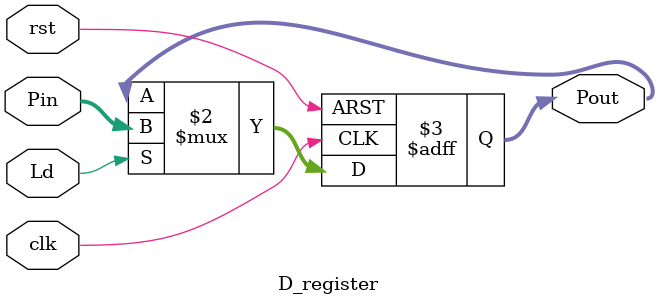
<source format=sv>
`timescale 1ns/1ns
module D_register (input clk,rst,Ld,input[2:0]Pin,output logic [2:0]Pout);

always@(posedge clk,posedge rst)
if(rst) Pout<=3'b0;
else Pout<=Ld?Pin:Pout;
endmodule




</source>
